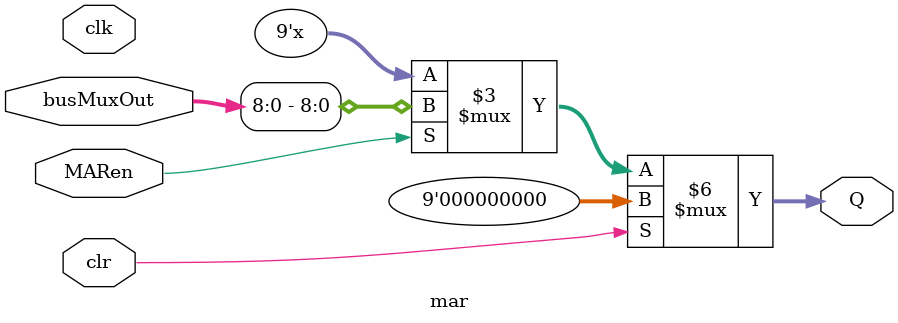
<source format=v>
module mar #(parameter qInit = 0)(input wire [31:0] busMuxOut, input wire MARen, input wire clr, input wire clk, output reg [8:0] Q);
	initial begin
	
		Q = qInit;
		end
	always @(*) 
		begin
			if (clr)
				Q<=9'b000000000;
			else if(MARen)
				Q<= busMuxOut[8:0];
		end
		
endmodule 

</source>
